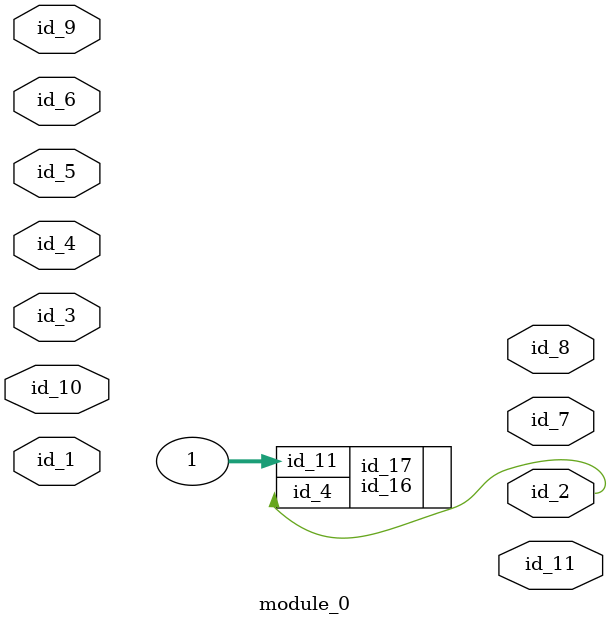
<source format=v>
`timescale 1 ps / 1ps
module module_0 (
    id_1,
    id_2,
    id_3,
    id_4,
    id_5,
    id_6,
    id_7,
    id_8,
    id_9,
    id_10,
    id_11
);
  output id_11;
  input id_10;
  input id_9;
  output id_8;
  output id_7;
  input id_6;
  input id_5;
  input id_4;
  input id_3;
  output id_2;
  input id_1;
  id_12 id_13 (
      .id_5 (id_10),
      .id_5 (id_1),
      .id_2 (id_6),
      .id_8 (id_8[id_1]),
      .id_4 (id_9),
      .id_3 (id_10),
      .id_10(id_10)
  );
  id_14 id_15 (
      .id_10(id_3),
      .id_9 (id_4)
  );
  id_16 id_17 (
      .id_4 (id_2),
      .id_11(1)
  );
endmodule

</source>
